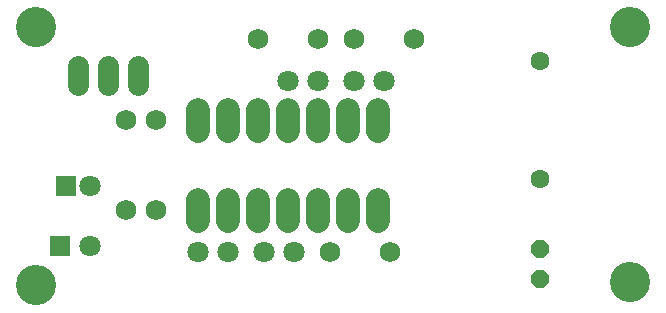
<source format=gts>
G75*
%MOIN*%
%OFA0B0*%
%FSLAX25Y25*%
%IPPOS*%
%LPD*%
%AMOC8*
5,1,8,0,0,1.08239X$1,22.5*
%
%ADD10C,0.13398*%
%ADD11C,0.07099*%
%ADD12C,0.07887*%
%ADD13C,0.07099*%
%ADD14C,0.06800*%
%ADD15R,0.07099X0.07099*%
%ADD16C,0.06312*%
%ADD17OC8,0.06000*%
D10*
X0018937Y0017937D03*
X0018937Y0103937D03*
X0216937Y0103937D03*
X0216937Y0018937D03*
D11*
X0052937Y0084787D02*
X0052937Y0091087D01*
X0042937Y0091087D02*
X0042937Y0084787D01*
X0032937Y0084787D02*
X0032937Y0091087D01*
D12*
X0072937Y0076480D02*
X0072937Y0069394D01*
X0082937Y0069394D02*
X0082937Y0076480D01*
X0092937Y0076480D02*
X0092937Y0069394D01*
X0102937Y0069394D02*
X0102937Y0076480D01*
X0112937Y0076480D02*
X0112937Y0069394D01*
X0122937Y0069394D02*
X0122937Y0076480D01*
X0132937Y0076480D02*
X0132937Y0069394D01*
X0132937Y0046480D02*
X0132937Y0039394D01*
X0122937Y0039394D02*
X0122937Y0046480D01*
X0112937Y0046480D02*
X0112937Y0039394D01*
X0102937Y0039394D02*
X0102937Y0046480D01*
X0092937Y0046480D02*
X0092937Y0039394D01*
X0082937Y0039394D02*
X0082937Y0046480D01*
X0072937Y0046480D02*
X0072937Y0039394D01*
D13*
X0072937Y0028937D03*
X0082937Y0028937D03*
X0094937Y0028937D03*
X0104937Y0028937D03*
X0036937Y0030937D03*
X0036874Y0050937D03*
X0102937Y0085937D03*
X0112937Y0085937D03*
X0124937Y0085937D03*
X0134937Y0085937D03*
D14*
X0124937Y0099937D03*
X0112937Y0099937D03*
X0092937Y0099937D03*
X0058937Y0072937D03*
X0048937Y0072937D03*
X0048937Y0042937D03*
X0058937Y0042937D03*
X0116937Y0028937D03*
X0136937Y0028937D03*
X0144937Y0099937D03*
D15*
X0029000Y0050937D03*
X0026937Y0030937D03*
D16*
X0186937Y0053252D03*
X0186937Y0092622D03*
D17*
X0186937Y0029937D03*
X0186937Y0019937D03*
M02*

</source>
